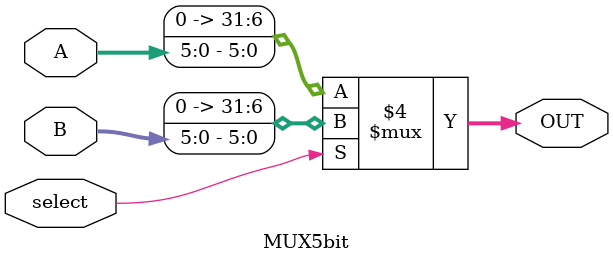
<source format=v>
module MUX5bit(
    input [5:0] A,
    input [5:0] B,
    input select,
    output reg [31:0] OUT
    );
       
    always @(*) begin
        if (select == 1'd0 )
            OUT = A;
        else
            OUT = B;
    end
endmodule
</source>
